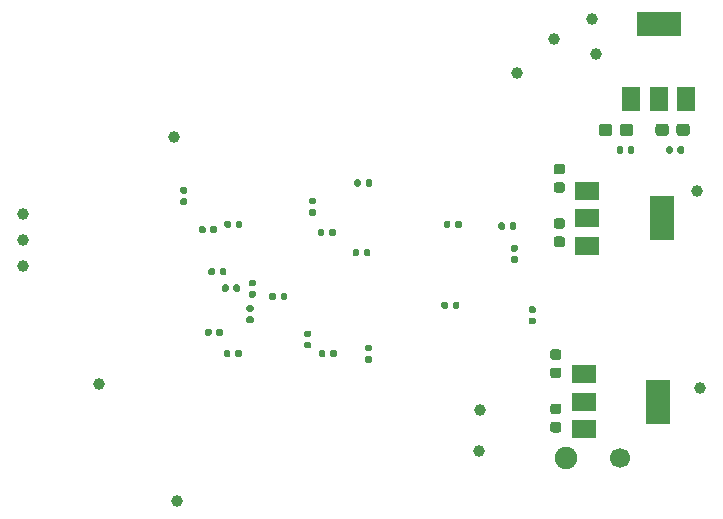
<source format=gbr>
%TF.GenerationSoftware,KiCad,Pcbnew,5.1.8-db9833491~88~ubuntu20.04.1*%
%TF.CreationDate,2021-01-09T17:29:30-05:00*%
%TF.ProjectId,julia_v2.1.0.0,6a756c69-615f-4763-922e-312e302e302e,rev?*%
%TF.SameCoordinates,Original*%
%TF.FileFunction,Soldermask,Bot*%
%TF.FilePolarity,Negative*%
%FSLAX46Y46*%
G04 Gerber Fmt 4.6, Leading zero omitted, Abs format (unit mm)*
G04 Created by KiCad (PCBNEW 5.1.8-db9833491~88~ubuntu20.04.1) date 2021-01-09 17:29:30*
%MOMM*%
%LPD*%
G01*
G04 APERTURE LIST*
%ADD10R,1.500000X2.000000*%
%ADD11R,3.800000X2.000000*%
%ADD12R,2.000000X1.500000*%
%ADD13R,2.000000X3.800000*%
%ADD14C,1.000000*%
%ADD15C,1.900000*%
%ADD16C,1.700000*%
G04 APERTURE END LIST*
D10*
%TO.C,U4*%
X135800000Y-95050000D03*
X131200000Y-95050000D03*
X133500000Y-95050000D03*
D11*
X133500000Y-88750000D03*
%TD*%
D12*
%TO.C,U3*%
X127450000Y-107500000D03*
X127450000Y-102900000D03*
X127450000Y-105200000D03*
D13*
X133750000Y-105200000D03*
%TD*%
D12*
%TO.C,U2*%
X127150000Y-123000000D03*
X127150000Y-118400000D03*
X127150000Y-120700000D03*
D13*
X133450000Y-120700000D03*
%TD*%
D14*
%TO.C,TP14*%
X124650000Y-90000000D03*
%TD*%
%TO.C,TP13*%
X128200000Y-91300000D03*
%TD*%
%TO.C,TP12*%
X121500000Y-92900000D03*
%TD*%
%TO.C,TP11*%
X86100000Y-119200000D03*
%TD*%
%TO.C,TP10*%
X79700000Y-104800000D03*
%TD*%
%TO.C,TP9*%
X79700000Y-109200000D03*
%TD*%
%TO.C,TP8*%
X92700000Y-129100000D03*
%TD*%
%TO.C,TP7*%
X79700000Y-107000000D03*
%TD*%
%TO.C,TP6*%
X92500000Y-98300000D03*
%TD*%
%TO.C,TP5*%
X118400000Y-121400000D03*
%TD*%
%TO.C,TP4*%
X127900000Y-88300000D03*
%TD*%
%TO.C,TP3*%
X136750000Y-102850000D03*
%TD*%
%TO.C,TP2*%
X137000000Y-119550000D03*
%TD*%
%TO.C,TP1*%
X118300000Y-124900000D03*
%TD*%
D15*
%TO.C,J1*%
X125700000Y-125500000D03*
D16*
X130200000Y-125500000D03*
%TD*%
%TO.C,C39*%
G36*
G01*
X105300000Y-116480000D02*
X105300000Y-116820000D01*
G75*
G02*
X105160000Y-116960000I-140000J0D01*
G01*
X104880000Y-116960000D01*
G75*
G02*
X104740000Y-116820000I0J140000D01*
G01*
X104740000Y-116480000D01*
G75*
G02*
X104880000Y-116340000I140000J0D01*
G01*
X105160000Y-116340000D01*
G75*
G02*
X105300000Y-116480000I0J-140000D01*
G01*
G37*
G36*
G01*
X106260000Y-116480000D02*
X106260000Y-116820000D01*
G75*
G02*
X106120000Y-116960000I-140000J0D01*
G01*
X105840000Y-116960000D01*
G75*
G02*
X105700000Y-116820000I0J140000D01*
G01*
X105700000Y-116480000D01*
G75*
G02*
X105840000Y-116340000I140000J0D01*
G01*
X106120000Y-116340000D01*
G75*
G02*
X106260000Y-116480000I0J-140000D01*
G01*
G37*
%TD*%
%TO.C,C38*%
G36*
G01*
X95650000Y-114680000D02*
X95650000Y-115020000D01*
G75*
G02*
X95510000Y-115160000I-140000J0D01*
G01*
X95230000Y-115160000D01*
G75*
G02*
X95090000Y-115020000I0J140000D01*
G01*
X95090000Y-114680000D01*
G75*
G02*
X95230000Y-114540000I140000J0D01*
G01*
X95510000Y-114540000D01*
G75*
G02*
X95650000Y-114680000I0J-140000D01*
G01*
G37*
G36*
G01*
X96610000Y-114680000D02*
X96610000Y-115020000D01*
G75*
G02*
X96470000Y-115160000I-140000J0D01*
G01*
X96190000Y-115160000D01*
G75*
G02*
X96050000Y-115020000I0J140000D01*
G01*
X96050000Y-114680000D01*
G75*
G02*
X96190000Y-114540000I140000J0D01*
G01*
X96470000Y-114540000D01*
G75*
G02*
X96610000Y-114680000I0J-140000D01*
G01*
G37*
%TD*%
%TO.C,C37*%
G36*
G01*
X97500000Y-111270000D02*
X97500000Y-110930000D01*
G75*
G02*
X97640000Y-110790000I140000J0D01*
G01*
X97920000Y-110790000D01*
G75*
G02*
X98060000Y-110930000I0J-140000D01*
G01*
X98060000Y-111270000D01*
G75*
G02*
X97920000Y-111410000I-140000J0D01*
G01*
X97640000Y-111410000D01*
G75*
G02*
X97500000Y-111270000I0J140000D01*
G01*
G37*
G36*
G01*
X96540000Y-111270000D02*
X96540000Y-110930000D01*
G75*
G02*
X96680000Y-110790000I140000J0D01*
G01*
X96960000Y-110790000D01*
G75*
G02*
X97100000Y-110930000I0J-140000D01*
G01*
X97100000Y-111270000D01*
G75*
G02*
X96960000Y-111410000I-140000J0D01*
G01*
X96680000Y-111410000D01*
G75*
G02*
X96540000Y-111270000I0J140000D01*
G01*
G37*
%TD*%
%TO.C,C35*%
G36*
G01*
X93130000Y-103500000D02*
X93470000Y-103500000D01*
G75*
G02*
X93610000Y-103640000I0J-140000D01*
G01*
X93610000Y-103920000D01*
G75*
G02*
X93470000Y-104060000I-140000J0D01*
G01*
X93130000Y-104060000D01*
G75*
G02*
X92990000Y-103920000I0J140000D01*
G01*
X92990000Y-103640000D01*
G75*
G02*
X93130000Y-103500000I140000J0D01*
G01*
G37*
G36*
G01*
X93130000Y-102540000D02*
X93470000Y-102540000D01*
G75*
G02*
X93610000Y-102680000I0J-140000D01*
G01*
X93610000Y-102960000D01*
G75*
G02*
X93470000Y-103100000I-140000J0D01*
G01*
X93130000Y-103100000D01*
G75*
G02*
X92990000Y-102960000I0J140000D01*
G01*
X92990000Y-102680000D01*
G75*
G02*
X93130000Y-102540000I140000J0D01*
G01*
G37*
%TD*%
%TO.C,C33*%
G36*
G01*
X103970000Y-115250000D02*
X103630000Y-115250000D01*
G75*
G02*
X103490000Y-115110000I0J140000D01*
G01*
X103490000Y-114830000D01*
G75*
G02*
X103630000Y-114690000I140000J0D01*
G01*
X103970000Y-114690000D01*
G75*
G02*
X104110000Y-114830000I0J-140000D01*
G01*
X104110000Y-115110000D01*
G75*
G02*
X103970000Y-115250000I-140000J0D01*
G01*
G37*
G36*
G01*
X103970000Y-116210000D02*
X103630000Y-116210000D01*
G75*
G02*
X103490000Y-116070000I0J140000D01*
G01*
X103490000Y-115790000D01*
G75*
G02*
X103630000Y-115650000I140000J0D01*
G01*
X103970000Y-115650000D01*
G75*
G02*
X104110000Y-115790000I0J-140000D01*
G01*
X104110000Y-116070000D01*
G75*
G02*
X103970000Y-116210000I-140000J0D01*
G01*
G37*
%TD*%
%TO.C,C32*%
G36*
G01*
X104030000Y-104400000D02*
X104370000Y-104400000D01*
G75*
G02*
X104510000Y-104540000I0J-140000D01*
G01*
X104510000Y-104820000D01*
G75*
G02*
X104370000Y-104960000I-140000J0D01*
G01*
X104030000Y-104960000D01*
G75*
G02*
X103890000Y-104820000I0J140000D01*
G01*
X103890000Y-104540000D01*
G75*
G02*
X104030000Y-104400000I140000J0D01*
G01*
G37*
G36*
G01*
X104030000Y-103440000D02*
X104370000Y-103440000D01*
G75*
G02*
X104510000Y-103580000I0J-140000D01*
G01*
X104510000Y-103860000D01*
G75*
G02*
X104370000Y-104000000I-140000J0D01*
G01*
X104030000Y-104000000D01*
G75*
G02*
X103890000Y-103860000I0J140000D01*
G01*
X103890000Y-103580000D01*
G75*
G02*
X104030000Y-103440000I140000J0D01*
G01*
G37*
%TD*%
%TO.C,C31*%
G36*
G01*
X109120000Y-116450000D02*
X108780000Y-116450000D01*
G75*
G02*
X108640000Y-116310000I0J140000D01*
G01*
X108640000Y-116030000D01*
G75*
G02*
X108780000Y-115890000I140000J0D01*
G01*
X109120000Y-115890000D01*
G75*
G02*
X109260000Y-116030000I0J-140000D01*
G01*
X109260000Y-116310000D01*
G75*
G02*
X109120000Y-116450000I-140000J0D01*
G01*
G37*
G36*
G01*
X109120000Y-117410000D02*
X108780000Y-117410000D01*
G75*
G02*
X108640000Y-117270000I0J140000D01*
G01*
X108640000Y-116990000D01*
G75*
G02*
X108780000Y-116850000I140000J0D01*
G01*
X109120000Y-116850000D01*
G75*
G02*
X109260000Y-116990000I0J-140000D01*
G01*
X109260000Y-117270000D01*
G75*
G02*
X109120000Y-117410000I-140000J0D01*
G01*
G37*
%TD*%
%TO.C,C29*%
G36*
G01*
X101500000Y-111970000D02*
X101500000Y-111630000D01*
G75*
G02*
X101640000Y-111490000I140000J0D01*
G01*
X101920000Y-111490000D01*
G75*
G02*
X102060000Y-111630000I0J-140000D01*
G01*
X102060000Y-111970000D01*
G75*
G02*
X101920000Y-112110000I-140000J0D01*
G01*
X101640000Y-112110000D01*
G75*
G02*
X101500000Y-111970000I0J140000D01*
G01*
G37*
G36*
G01*
X100540000Y-111970000D02*
X100540000Y-111630000D01*
G75*
G02*
X100680000Y-111490000I140000J0D01*
G01*
X100960000Y-111490000D01*
G75*
G02*
X101100000Y-111630000I0J-140000D01*
G01*
X101100000Y-111970000D01*
G75*
G02*
X100960000Y-112110000I-140000J0D01*
G01*
X100680000Y-112110000D01*
G75*
G02*
X100540000Y-111970000I0J140000D01*
G01*
G37*
%TD*%
%TO.C,C28*%
G36*
G01*
X108300000Y-102030000D02*
X108300000Y-102370000D01*
G75*
G02*
X108160000Y-102510000I-140000J0D01*
G01*
X107880000Y-102510000D01*
G75*
G02*
X107740000Y-102370000I0J140000D01*
G01*
X107740000Y-102030000D01*
G75*
G02*
X107880000Y-101890000I140000J0D01*
G01*
X108160000Y-101890000D01*
G75*
G02*
X108300000Y-102030000I0J-140000D01*
G01*
G37*
G36*
G01*
X109260000Y-102030000D02*
X109260000Y-102370000D01*
G75*
G02*
X109120000Y-102510000I-140000J0D01*
G01*
X108840000Y-102510000D01*
G75*
G02*
X108700000Y-102370000I0J140000D01*
G01*
X108700000Y-102030000D01*
G75*
G02*
X108840000Y-101890000I140000J0D01*
G01*
X109120000Y-101890000D01*
G75*
G02*
X109260000Y-102030000I0J-140000D01*
G01*
G37*
%TD*%
%TO.C,C27*%
G36*
G01*
X98730000Y-113500000D02*
X99070000Y-113500000D01*
G75*
G02*
X99210000Y-113640000I0J-140000D01*
G01*
X99210000Y-113920000D01*
G75*
G02*
X99070000Y-114060000I-140000J0D01*
G01*
X98730000Y-114060000D01*
G75*
G02*
X98590000Y-113920000I0J140000D01*
G01*
X98590000Y-113640000D01*
G75*
G02*
X98730000Y-113500000I140000J0D01*
G01*
G37*
G36*
G01*
X98730000Y-112540000D02*
X99070000Y-112540000D01*
G75*
G02*
X99210000Y-112680000I0J-140000D01*
G01*
X99210000Y-112960000D01*
G75*
G02*
X99070000Y-113100000I-140000J0D01*
G01*
X98730000Y-113100000D01*
G75*
G02*
X98590000Y-112960000I0J140000D01*
G01*
X98590000Y-112680000D01*
G75*
G02*
X98730000Y-112540000I140000J0D01*
G01*
G37*
%TD*%
%TO.C,C25*%
G36*
G01*
X98930000Y-111350000D02*
X99270000Y-111350000D01*
G75*
G02*
X99410000Y-111490000I0J-140000D01*
G01*
X99410000Y-111770000D01*
G75*
G02*
X99270000Y-111910000I-140000J0D01*
G01*
X98930000Y-111910000D01*
G75*
G02*
X98790000Y-111770000I0J140000D01*
G01*
X98790000Y-111490000D01*
G75*
G02*
X98930000Y-111350000I140000J0D01*
G01*
G37*
G36*
G01*
X98930000Y-110390000D02*
X99270000Y-110390000D01*
G75*
G02*
X99410000Y-110530000I0J-140000D01*
G01*
X99410000Y-110810000D01*
G75*
G02*
X99270000Y-110950000I-140000J0D01*
G01*
X98930000Y-110950000D01*
G75*
G02*
X98790000Y-110810000I0J140000D01*
G01*
X98790000Y-110530000D01*
G75*
G02*
X98930000Y-110390000I140000J0D01*
G01*
G37*
%TD*%
%TO.C,C24*%
G36*
G01*
X105600000Y-106570000D02*
X105600000Y-106230000D01*
G75*
G02*
X105740000Y-106090000I140000J0D01*
G01*
X106020000Y-106090000D01*
G75*
G02*
X106160000Y-106230000I0J-140000D01*
G01*
X106160000Y-106570000D01*
G75*
G02*
X106020000Y-106710000I-140000J0D01*
G01*
X105740000Y-106710000D01*
G75*
G02*
X105600000Y-106570000I0J140000D01*
G01*
G37*
G36*
G01*
X104640000Y-106570000D02*
X104640000Y-106230000D01*
G75*
G02*
X104780000Y-106090000I140000J0D01*
G01*
X105060000Y-106090000D01*
G75*
G02*
X105200000Y-106230000I0J-140000D01*
G01*
X105200000Y-106570000D01*
G75*
G02*
X105060000Y-106710000I-140000J0D01*
G01*
X104780000Y-106710000D01*
G75*
G02*
X104640000Y-106570000I0J140000D01*
G01*
G37*
%TD*%
%TO.C,C22*%
G36*
G01*
X95150000Y-105980000D02*
X95150000Y-106320000D01*
G75*
G02*
X95010000Y-106460000I-140000J0D01*
G01*
X94730000Y-106460000D01*
G75*
G02*
X94590000Y-106320000I0J140000D01*
G01*
X94590000Y-105980000D01*
G75*
G02*
X94730000Y-105840000I140000J0D01*
G01*
X95010000Y-105840000D01*
G75*
G02*
X95150000Y-105980000I0J-140000D01*
G01*
G37*
G36*
G01*
X96110000Y-105980000D02*
X96110000Y-106320000D01*
G75*
G02*
X95970000Y-106460000I-140000J0D01*
G01*
X95690000Y-106460000D01*
G75*
G02*
X95550000Y-106320000I0J140000D01*
G01*
X95550000Y-105980000D01*
G75*
G02*
X95690000Y-105840000I140000J0D01*
G01*
X95970000Y-105840000D01*
G75*
G02*
X96110000Y-105980000I0J-140000D01*
G01*
G37*
%TD*%
%TO.C,C18*%
G36*
G01*
X121470000Y-108000000D02*
X121130000Y-108000000D01*
G75*
G02*
X120990000Y-107860000I0J140000D01*
G01*
X120990000Y-107580000D01*
G75*
G02*
X121130000Y-107440000I140000J0D01*
G01*
X121470000Y-107440000D01*
G75*
G02*
X121610000Y-107580000I0J-140000D01*
G01*
X121610000Y-107860000D01*
G75*
G02*
X121470000Y-108000000I-140000J0D01*
G01*
G37*
G36*
G01*
X121470000Y-108960000D02*
X121130000Y-108960000D01*
G75*
G02*
X120990000Y-108820000I0J140000D01*
G01*
X120990000Y-108540000D01*
G75*
G02*
X121130000Y-108400000I140000J0D01*
G01*
X121470000Y-108400000D01*
G75*
G02*
X121610000Y-108540000I0J-140000D01*
G01*
X121610000Y-108820000D01*
G75*
G02*
X121470000Y-108960000I-140000J0D01*
G01*
G37*
%TD*%
%TO.C,C17*%
G36*
G01*
X135012500Y-97975001D02*
X135012500Y-97424999D01*
G75*
G02*
X135262499Y-97175000I249999J0D01*
G01*
X135887501Y-97175000D01*
G75*
G02*
X136137500Y-97424999I0J-249999D01*
G01*
X136137500Y-97975001D01*
G75*
G02*
X135887501Y-98225000I-249999J0D01*
G01*
X135262499Y-98225000D01*
G75*
G02*
X135012500Y-97975001I0J249999D01*
G01*
G37*
G36*
G01*
X133237500Y-97975001D02*
X133237500Y-97424999D01*
G75*
G02*
X133487499Y-97175000I249999J0D01*
G01*
X134112501Y-97175000D01*
G75*
G02*
X134362500Y-97424999I0J-249999D01*
G01*
X134362500Y-97975001D01*
G75*
G02*
X134112501Y-98225000I-249999J0D01*
G01*
X133487499Y-98225000D01*
G75*
G02*
X133237500Y-97975001I0J249999D01*
G01*
G37*
%TD*%
%TO.C,C16*%
G36*
G01*
X97700000Y-105870000D02*
X97700000Y-105530000D01*
G75*
G02*
X97840000Y-105390000I140000J0D01*
G01*
X98120000Y-105390000D01*
G75*
G02*
X98260000Y-105530000I0J-140000D01*
G01*
X98260000Y-105870000D01*
G75*
G02*
X98120000Y-106010000I-140000J0D01*
G01*
X97840000Y-106010000D01*
G75*
G02*
X97700000Y-105870000I0J140000D01*
G01*
G37*
G36*
G01*
X96740000Y-105870000D02*
X96740000Y-105530000D01*
G75*
G02*
X96880000Y-105390000I140000J0D01*
G01*
X97160000Y-105390000D01*
G75*
G02*
X97300000Y-105530000I0J-140000D01*
G01*
X97300000Y-105870000D01*
G75*
G02*
X97160000Y-106010000I-140000J0D01*
G01*
X96880000Y-106010000D01*
G75*
G02*
X96740000Y-105870000I0J140000D01*
G01*
G37*
%TD*%
%TO.C,C15*%
G36*
G01*
X124850000Y-106725000D02*
X125350000Y-106725000D01*
G75*
G02*
X125575000Y-106950000I0J-225000D01*
G01*
X125575000Y-107400000D01*
G75*
G02*
X125350000Y-107625000I-225000J0D01*
G01*
X124850000Y-107625000D01*
G75*
G02*
X124625000Y-107400000I0J225000D01*
G01*
X124625000Y-106950000D01*
G75*
G02*
X124850000Y-106725000I225000J0D01*
G01*
G37*
G36*
G01*
X124850000Y-105175000D02*
X125350000Y-105175000D01*
G75*
G02*
X125575000Y-105400000I0J-225000D01*
G01*
X125575000Y-105850000D01*
G75*
G02*
X125350000Y-106075000I-225000J0D01*
G01*
X124850000Y-106075000D01*
G75*
G02*
X124625000Y-105850000I0J225000D01*
G01*
X124625000Y-105400000D01*
G75*
G02*
X124850000Y-105175000I225000J0D01*
G01*
G37*
%TD*%
%TO.C,C14*%
G36*
G01*
X124550000Y-122425000D02*
X125050000Y-122425000D01*
G75*
G02*
X125275000Y-122650000I0J-225000D01*
G01*
X125275000Y-123100000D01*
G75*
G02*
X125050000Y-123325000I-225000J0D01*
G01*
X124550000Y-123325000D01*
G75*
G02*
X124325000Y-123100000I0J225000D01*
G01*
X124325000Y-122650000D01*
G75*
G02*
X124550000Y-122425000I225000J0D01*
G01*
G37*
G36*
G01*
X124550000Y-120875000D02*
X125050000Y-120875000D01*
G75*
G02*
X125275000Y-121100000I0J-225000D01*
G01*
X125275000Y-121550000D01*
G75*
G02*
X125050000Y-121775000I-225000J0D01*
G01*
X124550000Y-121775000D01*
G75*
G02*
X124325000Y-121550000I0J225000D01*
G01*
X124325000Y-121100000D01*
G75*
G02*
X124550000Y-120875000I225000J0D01*
G01*
G37*
%TD*%
%TO.C,C13*%
G36*
G01*
X135100000Y-99570000D02*
X135100000Y-99230000D01*
G75*
G02*
X135240000Y-99090000I140000J0D01*
G01*
X135520000Y-99090000D01*
G75*
G02*
X135660000Y-99230000I0J-140000D01*
G01*
X135660000Y-99570000D01*
G75*
G02*
X135520000Y-99710000I-140000J0D01*
G01*
X135240000Y-99710000D01*
G75*
G02*
X135100000Y-99570000I0J140000D01*
G01*
G37*
G36*
G01*
X134140000Y-99570000D02*
X134140000Y-99230000D01*
G75*
G02*
X134280000Y-99090000I140000J0D01*
G01*
X134560000Y-99090000D01*
G75*
G02*
X134700000Y-99230000I0J-140000D01*
G01*
X134700000Y-99570000D01*
G75*
G02*
X134560000Y-99710000I-140000J0D01*
G01*
X134280000Y-99710000D01*
G75*
G02*
X134140000Y-99570000I0J140000D01*
G01*
G37*
%TD*%
%TO.C,C12*%
G36*
G01*
X97650000Y-116820000D02*
X97650000Y-116480000D01*
G75*
G02*
X97790000Y-116340000I140000J0D01*
G01*
X98070000Y-116340000D01*
G75*
G02*
X98210000Y-116480000I0J-140000D01*
G01*
X98210000Y-116820000D01*
G75*
G02*
X98070000Y-116960000I-140000J0D01*
G01*
X97790000Y-116960000D01*
G75*
G02*
X97650000Y-116820000I0J140000D01*
G01*
G37*
G36*
G01*
X96690000Y-116820000D02*
X96690000Y-116480000D01*
G75*
G02*
X96830000Y-116340000I140000J0D01*
G01*
X97110000Y-116340000D01*
G75*
G02*
X97250000Y-116480000I0J-140000D01*
G01*
X97250000Y-116820000D01*
G75*
G02*
X97110000Y-116960000I-140000J0D01*
G01*
X96830000Y-116960000D01*
G75*
G02*
X96690000Y-116820000I0J140000D01*
G01*
G37*
%TD*%
%TO.C,C11*%
G36*
G01*
X116080000Y-112720000D02*
X116080000Y-112380000D01*
G75*
G02*
X116220000Y-112240000I140000J0D01*
G01*
X116500000Y-112240000D01*
G75*
G02*
X116640000Y-112380000I0J-140000D01*
G01*
X116640000Y-112720000D01*
G75*
G02*
X116500000Y-112860000I-140000J0D01*
G01*
X116220000Y-112860000D01*
G75*
G02*
X116080000Y-112720000I0J140000D01*
G01*
G37*
G36*
G01*
X115120000Y-112720000D02*
X115120000Y-112380000D01*
G75*
G02*
X115260000Y-112240000I140000J0D01*
G01*
X115540000Y-112240000D01*
G75*
G02*
X115680000Y-112380000I0J-140000D01*
G01*
X115680000Y-112720000D01*
G75*
G02*
X115540000Y-112860000I-140000J0D01*
G01*
X115260000Y-112860000D01*
G75*
G02*
X115120000Y-112720000I0J140000D01*
G01*
G37*
%TD*%
%TO.C,C10*%
G36*
G01*
X130500000Y-99230000D02*
X130500000Y-99570000D01*
G75*
G02*
X130360000Y-99710000I-140000J0D01*
G01*
X130080000Y-99710000D01*
G75*
G02*
X129940000Y-99570000I0J140000D01*
G01*
X129940000Y-99230000D01*
G75*
G02*
X130080000Y-99090000I140000J0D01*
G01*
X130360000Y-99090000D01*
G75*
G02*
X130500000Y-99230000I0J-140000D01*
G01*
G37*
G36*
G01*
X131460000Y-99230000D02*
X131460000Y-99570000D01*
G75*
G02*
X131320000Y-99710000I-140000J0D01*
G01*
X131040000Y-99710000D01*
G75*
G02*
X130900000Y-99570000I0J140000D01*
G01*
X130900000Y-99230000D01*
G75*
G02*
X131040000Y-99090000I140000J0D01*
G01*
X131320000Y-99090000D01*
G75*
G02*
X131460000Y-99230000I0J-140000D01*
G01*
G37*
%TD*%
%TO.C,C9*%
G36*
G01*
X108550000Y-108270000D02*
X108550000Y-107930000D01*
G75*
G02*
X108690000Y-107790000I140000J0D01*
G01*
X108970000Y-107790000D01*
G75*
G02*
X109110000Y-107930000I0J-140000D01*
G01*
X109110000Y-108270000D01*
G75*
G02*
X108970000Y-108410000I-140000J0D01*
G01*
X108690000Y-108410000D01*
G75*
G02*
X108550000Y-108270000I0J140000D01*
G01*
G37*
G36*
G01*
X107590000Y-108270000D02*
X107590000Y-107930000D01*
G75*
G02*
X107730000Y-107790000I140000J0D01*
G01*
X108010000Y-107790000D01*
G75*
G02*
X108150000Y-107930000I0J-140000D01*
G01*
X108150000Y-108270000D01*
G75*
G02*
X108010000Y-108410000I-140000J0D01*
G01*
X107730000Y-108410000D01*
G75*
G02*
X107590000Y-108270000I0J140000D01*
G01*
G37*
%TD*%
%TO.C,C8*%
G36*
G01*
X125350000Y-101475000D02*
X124850000Y-101475000D01*
G75*
G02*
X124625000Y-101250000I0J225000D01*
G01*
X124625000Y-100800000D01*
G75*
G02*
X124850000Y-100575000I225000J0D01*
G01*
X125350000Y-100575000D01*
G75*
G02*
X125575000Y-100800000I0J-225000D01*
G01*
X125575000Y-101250000D01*
G75*
G02*
X125350000Y-101475000I-225000J0D01*
G01*
G37*
G36*
G01*
X125350000Y-103025000D02*
X124850000Y-103025000D01*
G75*
G02*
X124625000Y-102800000I0J225000D01*
G01*
X124625000Y-102350000D01*
G75*
G02*
X124850000Y-102125000I225000J0D01*
G01*
X125350000Y-102125000D01*
G75*
G02*
X125575000Y-102350000I0J-225000D01*
G01*
X125575000Y-102800000D01*
G75*
G02*
X125350000Y-103025000I-225000J0D01*
G01*
G37*
%TD*%
%TO.C,C7*%
G36*
G01*
X125050000Y-117175000D02*
X124550000Y-117175000D01*
G75*
G02*
X124325000Y-116950000I0J225000D01*
G01*
X124325000Y-116500000D01*
G75*
G02*
X124550000Y-116275000I225000J0D01*
G01*
X125050000Y-116275000D01*
G75*
G02*
X125275000Y-116500000I0J-225000D01*
G01*
X125275000Y-116950000D01*
G75*
G02*
X125050000Y-117175000I-225000J0D01*
G01*
G37*
G36*
G01*
X125050000Y-118725000D02*
X124550000Y-118725000D01*
G75*
G02*
X124325000Y-118500000I0J225000D01*
G01*
X124325000Y-118050000D01*
G75*
G02*
X124550000Y-117825000I225000J0D01*
G01*
X125050000Y-117825000D01*
G75*
G02*
X125275000Y-118050000I0J-225000D01*
G01*
X125275000Y-118500000D01*
G75*
G02*
X125050000Y-118725000I-225000J0D01*
G01*
G37*
%TD*%
%TO.C,C6*%
G36*
G01*
X96350000Y-109870000D02*
X96350000Y-109530000D01*
G75*
G02*
X96490000Y-109390000I140000J0D01*
G01*
X96770000Y-109390000D01*
G75*
G02*
X96910000Y-109530000I0J-140000D01*
G01*
X96910000Y-109870000D01*
G75*
G02*
X96770000Y-110010000I-140000J0D01*
G01*
X96490000Y-110010000D01*
G75*
G02*
X96350000Y-109870000I0J140000D01*
G01*
G37*
G36*
G01*
X95390000Y-109870000D02*
X95390000Y-109530000D01*
G75*
G02*
X95530000Y-109390000I140000J0D01*
G01*
X95810000Y-109390000D01*
G75*
G02*
X95950000Y-109530000I0J-140000D01*
G01*
X95950000Y-109870000D01*
G75*
G02*
X95810000Y-110010000I-140000J0D01*
G01*
X95530000Y-110010000D01*
G75*
G02*
X95390000Y-109870000I0J140000D01*
G01*
G37*
%TD*%
%TO.C,C5*%
G36*
G01*
X129575000Y-97424999D02*
X129575000Y-97975001D01*
G75*
G02*
X129325001Y-98225000I-249999J0D01*
G01*
X128699999Y-98225000D01*
G75*
G02*
X128450000Y-97975001I0J249999D01*
G01*
X128450000Y-97424999D01*
G75*
G02*
X128699999Y-97175000I249999J0D01*
G01*
X129325001Y-97175000D01*
G75*
G02*
X129575000Y-97424999I0J-249999D01*
G01*
G37*
G36*
G01*
X131350000Y-97424999D02*
X131350000Y-97975001D01*
G75*
G02*
X131100001Y-98225000I-249999J0D01*
G01*
X130474999Y-98225000D01*
G75*
G02*
X130225000Y-97975001I0J249999D01*
G01*
X130225000Y-97424999D01*
G75*
G02*
X130474999Y-97175000I249999J0D01*
G01*
X131100001Y-97175000D01*
G75*
G02*
X131350000Y-97424999I0J-249999D01*
G01*
G37*
%TD*%
%TO.C,C4*%
G36*
G01*
X116280000Y-105870000D02*
X116280000Y-105530000D01*
G75*
G02*
X116420000Y-105390000I140000J0D01*
G01*
X116700000Y-105390000D01*
G75*
G02*
X116840000Y-105530000I0J-140000D01*
G01*
X116840000Y-105870000D01*
G75*
G02*
X116700000Y-106010000I-140000J0D01*
G01*
X116420000Y-106010000D01*
G75*
G02*
X116280000Y-105870000I0J140000D01*
G01*
G37*
G36*
G01*
X115320000Y-105870000D02*
X115320000Y-105530000D01*
G75*
G02*
X115460000Y-105390000I140000J0D01*
G01*
X115740000Y-105390000D01*
G75*
G02*
X115880000Y-105530000I0J-140000D01*
G01*
X115880000Y-105870000D01*
G75*
G02*
X115740000Y-106010000I-140000J0D01*
G01*
X115460000Y-106010000D01*
G75*
G02*
X115320000Y-105870000I0J140000D01*
G01*
G37*
%TD*%
%TO.C,C3*%
G36*
G01*
X120900000Y-106020000D02*
X120900000Y-105680000D01*
G75*
G02*
X121040000Y-105540000I140000J0D01*
G01*
X121320000Y-105540000D01*
G75*
G02*
X121460000Y-105680000I0J-140000D01*
G01*
X121460000Y-106020000D01*
G75*
G02*
X121320000Y-106160000I-140000J0D01*
G01*
X121040000Y-106160000D01*
G75*
G02*
X120900000Y-106020000I0J140000D01*
G01*
G37*
G36*
G01*
X119940000Y-106020000D02*
X119940000Y-105680000D01*
G75*
G02*
X120080000Y-105540000I140000J0D01*
G01*
X120360000Y-105540000D01*
G75*
G02*
X120500000Y-105680000I0J-140000D01*
G01*
X120500000Y-106020000D01*
G75*
G02*
X120360000Y-106160000I-140000J0D01*
G01*
X120080000Y-106160000D01*
G75*
G02*
X119940000Y-106020000I0J140000D01*
G01*
G37*
%TD*%
%TO.C,C2*%
G36*
G01*
X122970000Y-113200000D02*
X122630000Y-113200000D01*
G75*
G02*
X122490000Y-113060000I0J140000D01*
G01*
X122490000Y-112780000D01*
G75*
G02*
X122630000Y-112640000I140000J0D01*
G01*
X122970000Y-112640000D01*
G75*
G02*
X123110000Y-112780000I0J-140000D01*
G01*
X123110000Y-113060000D01*
G75*
G02*
X122970000Y-113200000I-140000J0D01*
G01*
G37*
G36*
G01*
X122970000Y-114160000D02*
X122630000Y-114160000D01*
G75*
G02*
X122490000Y-114020000I0J140000D01*
G01*
X122490000Y-113740000D01*
G75*
G02*
X122630000Y-113600000I140000J0D01*
G01*
X122970000Y-113600000D01*
G75*
G02*
X123110000Y-113740000I0J-140000D01*
G01*
X123110000Y-114020000D01*
G75*
G02*
X122970000Y-114160000I-140000J0D01*
G01*
G37*
%TD*%
M02*

</source>
